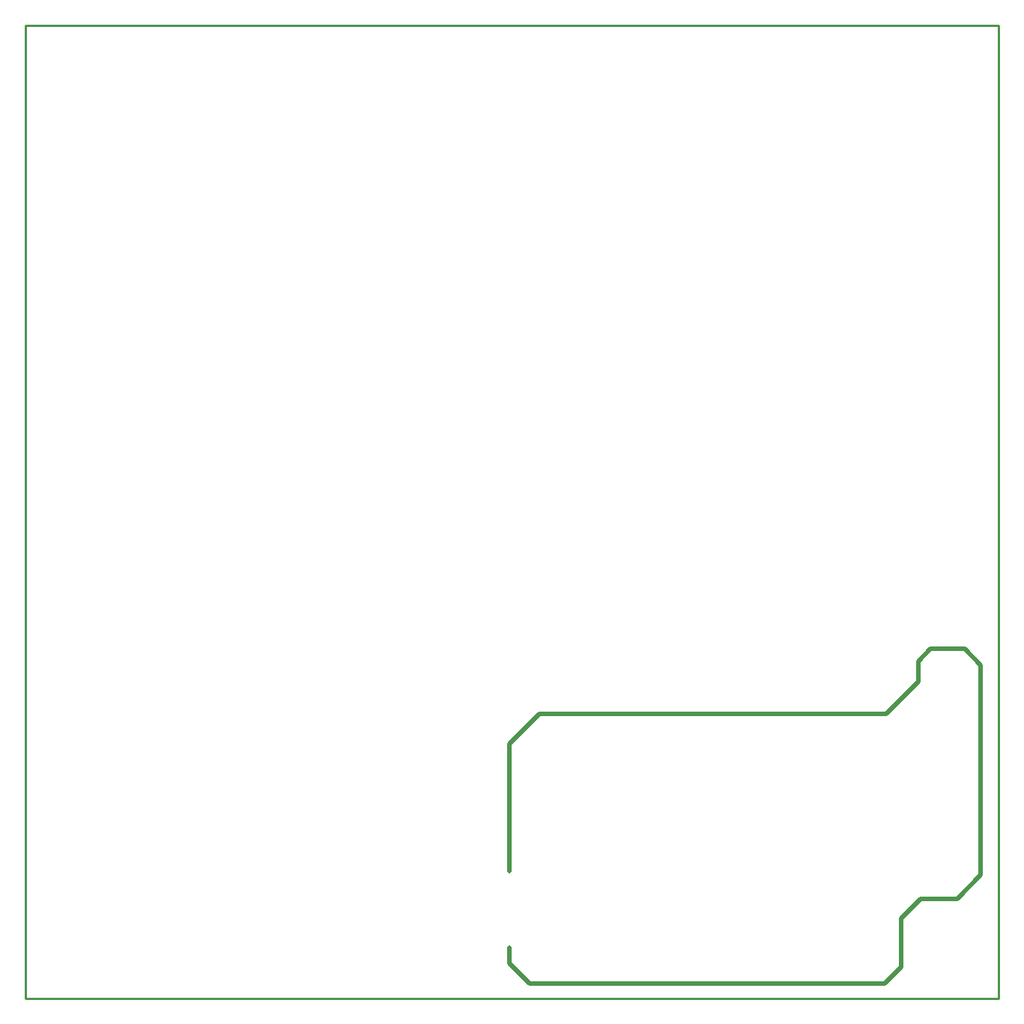
<source format=gko>
G04*
G04 #@! TF.GenerationSoftware,Altium Limited,Altium Designer,18.0.7 (293)*
G04*
G04 Layer_Color=16711935*
%FSLAX25Y25*%
%MOIN*%
G70*
G01*
G75*
%ADD17C,0.02000*%
%ADD48C,0.01000*%
D17*
X215285Y56751D02*
Y113290D01*
X228735Y126740D01*
X383065D01*
X397175Y140849D01*
Y149968D01*
X402687Y155480D01*
X418117D01*
X425128Y148469D01*
Y55086D02*
Y148469D01*
X414498Y44456D02*
X425128Y55086D01*
X398431Y44456D02*
X414498D01*
X389770Y35795D02*
X398431Y44456D01*
X389770Y13951D02*
Y35795D01*
X382479Y6661D02*
X389770Y13951D01*
X224340Y6661D02*
X382479D01*
X215285Y15716D02*
X224340Y6661D01*
X215285Y15716D02*
Y22803D01*
D48*
X-0Y433071D02*
X0Y0D01*
X433071D01*
X0Y433071D02*
X433071D01*
Y0D02*
Y433071D01*
M02*

</source>
